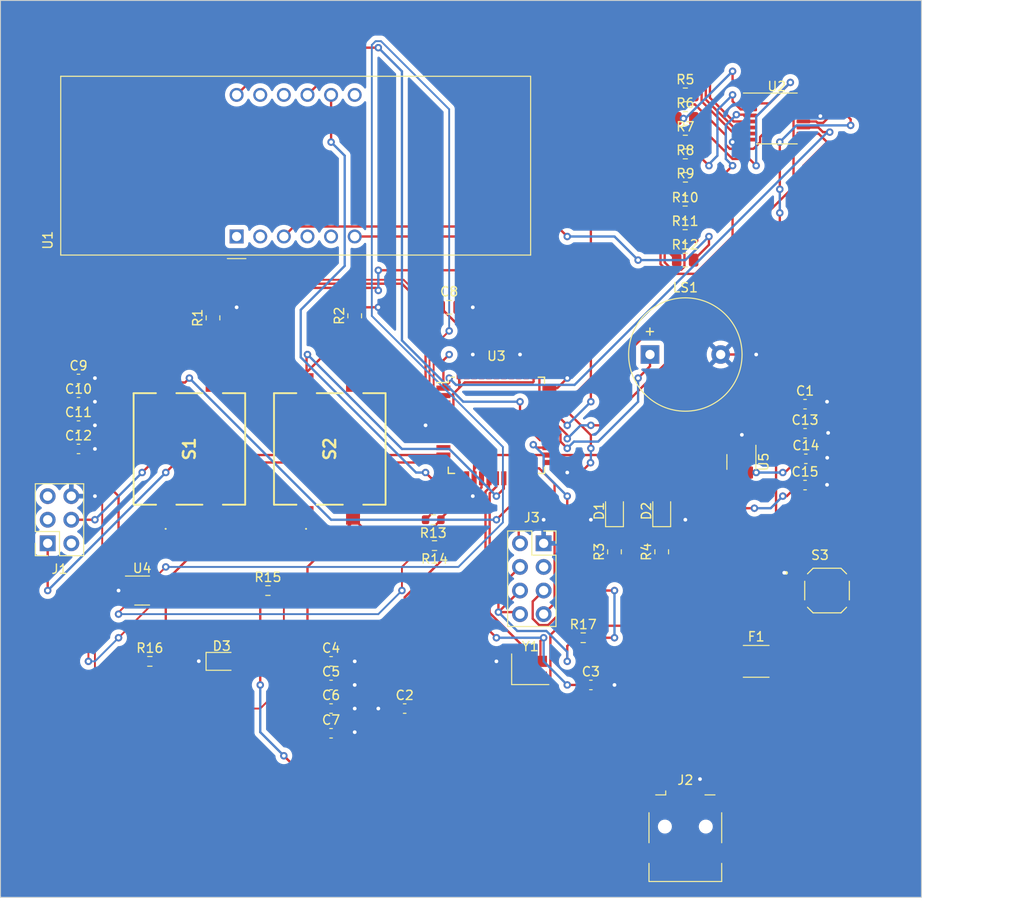
<source format=kicad_pcb>
(kicad_pcb (version 20221018) (generator pcbnew)
  (layers (0 "F.Cu" signal) (31 "B.Cu" signal) (34 "B.Paste" user) (35 "F.Paste" user) (36 "B.SilkS" user "B.Silkscreen") (37 "F.SilkS" user "F.Silkscreen") (38 "B.Mask" user) (39 "F.Mask" user) (44 "Edge.Cuts" user))
  (net 0 "")
  (net 1 "+5V")
  (net 2 "GND")
  (net 3 "XTAL1")
  (net 4 "XTAL2")
  (net 5 "/UCAP")
  (net 6 "/AREF")
  (net 7 "+3.3V")
  (net 8 "Net-(U5-BP)")
  (net 9 "Net-(D1-A)")
  (net 10 "Net-(D2-A)")
  (net 11 "Net-(D3-A)")
  (net 12 "Net-(J2-VBUS)")
  (net 13 "MISO")
  (net 14 "SCK")
  (net 15 "MOSI")
  (net 16 "RST")
  (net 17 "Net-(J2-D-)")
  (net 18 "Net-(J2-D+)")
  (net 21 "TX")
  (net 23 "Net-(J3-Pin_5)")
  (net 24 "RX")
  (net 25 "Buzzer")
  (net 26 "Button_1")
  (net 27 "Button_2")
  (net 28 "RED_LED")
  (net 29 "GREEN_LED")
  (net 30 "a")
  (net 31 "Net-(U1-a)")
  (net 32 "b")
  (net 33 "Net-(U1-b)")
  (net 34 "c")
  (net 35 "Net-(U1-c)")
  (net 36 "d")
  (net 37 "Net-(U1-d)")
  (net 38 "e")
  (net 39 "Net-(U1-e)")
  (net 40 "f")
  (net 41 "Net-(U1-f)")
  (net 42 "g")
  (net 43 "Net-(U1-g)")
  (net 44 "dp")
  (net 45 "Net-(U1-DPX)")
  (net 46 "USB_CONN_D+")
  (net 47 "USB_CONN_D-")
  (net 52 "Dig4")
  (net 53 "Dig3")
  (net 54 "Dig2")
  (net 55 "Dig1")
  (net 57 "SH_CP")
  (net 58 "ST_CP")
  (net 59 "DS")
  (net 60 "USB_D-")
  (net 61 "USB_D+")
  (footprint "Resistor_SMD:R_0805_2012Metric" (layer "F.Cu") (at 78.74 72.0325 90)
    (fp_text reference "R3")
    (fp_text value "330")
  )
  (footprint "LED_SMD:LED_0805_2012Metric" (layer "F.Cu") (at 36.4975 83.82)
    (fp_text reference "D3")
    (fp_text value "LED")
  )
  (footprint "Capacitor_SMD:C_0603_1608Metric" (layer "F.Cu") (at 48.26 83.82)
    (fp_text reference "C4")
    (fp_text value "0.1uF")
  )
  (footprint "Resistor_SMD:R_0603_1608Metric" (layer "F.Cu") (at 59.384305 71.365909 180)
    (fp_text reference "R14")
    (fp_text value "22")
  )
  (footprint "Fuse:Fuse_1812_4532Metric" (layer "F.Cu") (at 93.98 83.82)
    (fp_text reference "F1")
    (fp_text value "PTCSMD")
  )
  (footprint "Capacitor_SMD:C_0603_1608Metric" (layer "F.Cu") (at 48.26 91.56)
    (fp_text reference "C7")
    (fp_text value "0.1uF")
  )
  (footprint "Resistor_SMD:R_0805_2012Metric" (layer "F.Cu") (at 86.339891 35.561215)
    (fp_text reference "R10")
    (fp_text value "100")
  )
  (footprint "Resistor_SMD:R_0805_2012Metric" (layer "F.Cu") (at 50.8 46.6325 90)
    (fp_text reference "R2")
    (fp_text value "10k")
  )
  (footprint "Capacitor_SMD:C_0603_1608Metric" (layer "F.Cu") (at 21.095 55.94)
    (fp_text reference "C10")
    (fp_text value "0.1uF")
  )
  (footprint "Resistor_SMD:R_0603_1608Metric" (layer "F.Cu") (at 41.465 76.2)
    (fp_text reference "R15")
    (fp_text value "22")
  )
  (footprint "Resistor_SMD:R_0805_2012Metric" (layer "F.Cu") (at 83.82 72.0325 90)
    (fp_text reference "R4")
    (fp_text value "330")
  )
  (footprint "Capacitor_SMD:C_0603_1608Metric" (layer "F.Cu") (at 99.235 56.145)
    (fp_text reference "C1")
    (fp_text value "0.1u")
  )
  (footprint "Capacitor_SMD:C_0603_1608Metric" (layer "F.Cu") (at 99.321503 62.022295)
    (fp_text reference "C14")
    (fp_text value "2.2uF")
  )
  (footprint "Capacitor_SMD:C_0603_1608Metric" (layer "F.Cu") (at 99.238299 59.276572)
    (fp_text reference "C13")
    (fp_text value "1uF")
  )
  (footprint "LED_SMD:LED_0805_2012Metric" (layer "F.Cu") (at 78.74 67.6425 90)
    (fp_text reference "D1")
    (fp_text value "LED")
  )
  (footprint "Crystal:Crystal_SMD_Abracon_ABM8G-4Pin_3.2x2.5mm" (layer "F.Cu") (at 69.68 84.67)
    (fp_text reference "Y1")
    (fp_text value "16MHz")
  )
  (footprint "PTS125_SMD_Button:PTS125_SMD_Button" (layer "F.Cu") (at 48.12 60.96 90)
    (fp_text reference "S2")
    (fp_text value "PTS125SM43SMTR21M_LFS" hide)
  )
  (footprint "Capacitor_SMD:C_0603_1608Metric" (layer "F.Cu") (at 48.26 88.9)
    (fp_text reference "C6")
    (fp_text value "0.1uF")
  )
  (footprint "Resistor_SMD:R_0603_1608Metric" (layer "F.Cu") (at 75.375 81.28)
    (fp_text reference "R17")
    (fp_text value "10k")
  )
  (footprint "PTS125_SMD_Button:PTS125_SMD_Button" (layer "F.Cu") (at 33.02 60.96 90)
    (fp_text reference "S1")
    (fp_text value "PTS125SM43SMTR21M_LFS" hide)
  )
  (footprint "Connector_USB:USB_Mini-B_Lumberg_2486_01_Horizontal" (layer "F.Cu") (at 86.36 101.6)
    (fp_text reference "J2")
    (fp_text value "USB_B_Mini")
  )
  (footprint "Capacitor_SMD:C_0603_1608Metric" (layer "F.Cu") (at 76.2 86.36)
    (fp_text reference "C3")
    (fp_text value "22p")
  )
  (footprint "Resistor_SMD:R_0805_2012Metric" (layer "F.Cu") (at 86.36 30.48)
    (fp_text reference "R8")
    (fp_text value "100")
  )
  (footprint "Resistor_SMD:R_0603_1608Metric" (layer "F.Cu") (at 28.765 83.82)
    (fp_text reference "R16")
    (fp_text value "1k")
  )
  (footprint "Buzzer_Beeper:Buzzer_12x9.5RM7.6" (layer "F.Cu") (at 82.56 50.8)
    (fp_text reference "LS1")
    (fp_text value "Speaker")
  )
  (footprint "Resistor_SMD:R_0805_2012Metric" (layer "F.Cu") (at 86.339891 38.101215)
    (fp_text reference "R11")
    (fp_text value "100")
  )
  (footprint "Connector_PinSocket_2.54mm:PinSocket_2x04_P2.54mm_Vertical" (layer "F.Cu") (at 71.12 71.12)
    (fp_text reference "J3")
    (fp_text value "ESP_Conn")
  )
  (footprint "Resistor_SMD:R_0603_1608Metric" (layer "F.Cu") (at 59.245 68.58 180)
    (fp_text reference "R13")
    (fp_text value "10k")
  )
  (footprint "Capacitor_SMD:C_0805_2012Metric" (layer "F.Cu") (at 60.96 45.72)
    (fp_text reference "C8")
    (fp_text value "10uF")
  )
  (footprint "Connector_PinSocket_2.54mm:PinSocket_2x03_P2.54mm_Vertical" (layer "F.Cu") (at 17.78 71.12 180)
    (fp_text reference "J1")
    (fp_text value "AVR-ISP-6")
  )
  (footprint "Capacitor_SMD:C_0603_1608Metric" (layer "F.Cu") (at 48.26 86.36)
    (fp_text reference "C5")
    (fp_text value "0.1uF")
  )
  (footprint "Resistor_SMD:R_0805_2012Metric" (layer "F.Cu") (at 86.36 22.86)
    (fp_text reference "R5")
    (fp_text value "100")
  )
  (footprint "LED_SMD:LED_0805_2012Metric" (layer "F.Cu") (at 83.82 67.6425 90)
    (fp_text reference "D2")
    (fp_text value "LED")
  )
  (footprint "Package_TO_SOT_SMD:SOT-23-5" (layer "F.Cu") (at 92.39 62.3625 -90)
    (fp_text reference "U5")
    (fp_text value "LP2985-3.3")
  )
  (footprint "Resistor_SMD:R_0805_2012Metric" (layer "F.Cu") (at 86.36 25.4)
    (fp_text reference "R6")
    (fp_text value "100")
  )
  (footprint "Package_QFP:TQFP-44_10x10mm_P0.8mm" (layer "F.Cu") (at 66.04 58.42)
    (fp_text reference "U3")
    (fp_text value "ATmega32U4-A")
  )
  (footprint "Display_7Segment:CA56-12EWA" (layer "F.Cu") (at 38.1 38.1 90)
    (fp_text reference "U1")
    (fp_text value "CA56-12EWA")
  )
  (footprint "PTS526_SMD_Button:PTS526_SMD_Button" (layer "F.Cu") (at 101.6 76.2)
    (fp_text reference "S3")
    (fp_text value "PTS526_SM08_SMTR2_LFS")
  )
  (footprint "Capacitor_SMD:C_0603_1608Metric" (layer "F.Cu") (at 99.238299 64.851221)
    (fp_text reference "C15")
    (fp_text value "10nF")
  )
  (footprint "Resistor_SMD:R_0805_2012Metric" (layer "F.Cu") (at 35.56 46.855 90)
    (fp_text reference "R1")
    (fp_text value "10k")
  )
  (footprint "Capacitor_SMD:C_0603_1608Metric" (layer "F.Cu") (at 21.095 53.43)
    (fp_text reference "C9")
    (fp_text value "1uF")
  )
  (footprint "Capacitor_SMD:C_0603_1608Metric" (layer "F.Cu") (at 21.095 58.45)
    (fp_text reference "C11")
    (fp_text value "0.1uF")
  )
  (footprint "Package_SO:TSSOP-16_4.4x5mm_P0.65mm" (layer "F.Cu") (at 96.1975 25.4)
    (fp_text reference "U2")
    (fp_text value "74HC595")
  )
  (footprint "Resistor_SMD:R_0805_2012Metric" (layer "F.Cu") (at 86.370382 32.978447)
    (fp_text reference "R9")
    (fp_text value "100")
  )
  (footprint "Package_TO_SOT_SMD:SOT-23-6" (layer "F.Cu") (at 27.94 76.2)
    (fp_text reference "U4")
    (fp_text value "USBLC6-2SC6")
  )
  (footprint "Resistor_SMD:R_0805_2012Metric" (layer "F.Cu") (at 86.36 27.94)
    (fp_text reference "R7")
    (fp_text value "100")
  )
  (footprint "Capacitor_SMD:C_0603_1608Metric" (layer "F.Cu") (at 21.095 60.96)
    (fp_text reference "C12")
    (fp_text value "0.1uF")
  )
  (footprint "Resistor_SMD:R_0805_2012Metric" (layer "F.Cu") (at 86.339891 40.641215)
    (fp_text reference "R12")
    (fp_text value "100")
  )
  (footprint "Capacitor_SMD:C_0603_1608Metric" (layer "F.Cu") (at 56.175 88.9)
    (fp_text reference "C2")
    (fp_text value "22p")
  )
  (gr_rect (start 12.7 12.7) (end 111.76 109.22) (stroke (width 0.1)) (fill none) (layer "Edge.Cuts"))
  (segment (start 98.46 59.273273) (end 98.46 56.145) (width 0.25) (layer "F.Cu") (net 1))
  (segment (start 27.94 75.446751) (end 27.94 73.66) (width 0.25) (layer "F.Cu") (net 1))
  (segment (start 98.463299 59.276572) (end 98.46 59.273273) (width 0.25) (layer "F.Cu") (net 1))
  (segment (start 51.6 69.38) (end 50.8 68.58) (width 0.25) (layer "F.Cu") (net 1))
  (segment (start 63.64 64.12) (end 63.64 63.12) (width 0.25) (layer "F.Cu") (net 1))
  (segment (start 99.06 55.545) (end 99.06 30.48) (width 0.25) (layer "F.Cu") (net 1))
  (segment (start 92.043249 60.2375) (end 93.2575 60.2375) (width 0.25) (layer "F.Cu") (net 1))
  (segment (start 45.72 83.82) (end 45.72 86.36) (width 0.25) (layer "F.Cu") (net 1))
  (segment (start 61.34 59.22) (end 63.64 61.52) (width 0.25) (layer "F.Cu") (net 1))
  (segment (start 17.78 58.42) (end 17.78 55.88) (width 0.25) (layer "F.Cu") (net 1))
  (segment (start 62.04 47.75) (end 60.01 45.72) (width 0.25) (layer "F.Cu") (net 1))
  (segment (start 101.6 22.86) (end 99.325 22.86) (width 0.25) (layer "F.Cu") (net 1))
  (segment (start 101.606916 22.866916) (end 101.613832 22.86) (width 0.25) (layer "F.Cu") (net 1))
  (segment (start 100.685 27.025) (end 101.6 27.94) (width 0.25) (layer "F.Cu") (net 1))
  (segment (start 17.78 63.5) (end 17.78 58.42) (width 0.25) (layer "F.Cu") (net 1))
  (segment (start 99.325 22.86) (end 99.06 23.125) (width 0.25) (layer "F.Cu") (net 1))
  (segment (start 71.74 61.62) (end 70.74 61.62) (width 0.25) (layer "F.Cu") (net 1))
  (segment (start 35.52 70.141751) (end 29.461751 76.2) (width 0.25) (layer "F.Cu") (net 1))
  (segment (start 106.975157 22.86) (end 108.031745 23.916588) (width 0.25) (layer "F.Cu") (net 1))
  (segment (start 91.045 61.62) (end 91.44 61.225) (width 0.25) (layer "F.Cu") (net 1))
  (segment (start 91.44 61.225) (end 91.44 60.840749) (width 0.25) (layer "F.Cu") (net 1))
  (segment (start 45.72 73.66) (end 45.72 83.82) (width 0.25) (layer "F.Cu") (net 1))
  (segment (start 60.07 68.58) (end 59.27 69.38) (width 0.25) (layer "F.Cu") (net 1))
  (segment (start 106.68 22.86) (end 106.975157 22.86) (width 0.25) (layer "F.Cu") (net 1))
  (segment (start 50.8 68.58) (end 49.945 69.435) (width 0.25) (layer "F.Cu") (net 1))
  (segment (start 47.365 91.44) (end 47.485 91.56) (width 0.25) (layer "F.Cu") (net 1))
  (segment (start 61.415 55.295) (end 61.415 59.145) (width 0.25) (layer "F.Cu") (net 1))
  (segment (start 93.34 61.225) (end 95.288428 59.276572) (width 0.25) (layer "F.Cu") (net 1))
  (segment (start 22.86 63.5) (end 17.78 63.5) (width 0.25) (layer "F.Cu") (net 1))
  (segment (start 65.14 61.62) (end 71.74 61.62) (width 0.25) (layer "F.Cu") (net 1))
  (segment (start 61.415 59.145) (end 61.34 59.22) (width 0.25) (layer "F.Cu") (net 1))
  (segment (start 93.2575 60.2375) (end 93.34 60.32) (width 0.25) (layer "F.Cu") (net 1))
  (segment (start 96.1175 61.622371) (end 96.1175 83.82) (width 0.25) (layer "F.Cu") (net 1))
  (segment (start 63.64 61.52) (end 63.64 64.12) (width 0.25) (layer "F.Cu") (net 1))
  (segment (start 60.34 59.22) (end 61.34 59.22) (width 0.25) (layer "F.Cu") (net 1))
  (segment (start 45.72 86.36) (end 47.485 86.36) (width 0.25) (layer "F.Cu") (net 1))
  (segment (start 59.27 69.38) (end 51.6 69.38) (width 0.25) (layer "F.Cu") (net 1))
  (segment (start 63.64 64.12) (end 63.64 64.874695) (width 0.25) (layer "F.Cu") (net 1))
  (segment (start 25.4 71.12) (end 25.4 66.04) (width 0.25) (layer "F.Cu") (net 1))
  (segment (start 49.945 69.435) (end 36.845 69.435) (width 0.25) (layer "F.Cu") (net 1))
  (segment (start 45.72 83.82) (end 47.485 83.82) (width 0.25) (layer "F.Cu") (net 1))
  (segment (start 29.461751 76.2) (end 30.48 77.218249) (width 0.25) (layer "F.Cu") (net 1))
  (segment (start 91.44 60.840749) (end 92.043249 60.2375) (width 0.25) (layer "F.Cu") (net 1))
  (segment (start 71.74 61.62) (end 91.045 61.62) (width 0.25) (layer "F.Cu") (net 1))
  (segment (start 99.06 30.48) (end 101.606916 27.933084) (width 0.25) (layer "F.Cu") (net 1))
  (segment (start 69.965 53.795) (end 62.64 53.795) (width 0.25) (layer "F.Cu") (net 1))
  (segment (start 29.0775 76.2) (end 29.461751 76.2) (width 0.25) (layer "F.Cu") (net 1))
  (segment (start 101.613832 22.86) (end 106.68 22.86) (width 0.25) (layer "F.Cu") (net 1))
  (segment (start 60.07 68.444695) (end 60.07 68.58) (width 0.25) (layer "F.Cu") (net 1))
  (segment (start 63.64 63.12) (end 65.14 61.62) (width 0.25) (layer "F.Cu") (net 1))
  (segment (start 62.04 52.72) (end 62.04 54.395) (width 0.25) (layer "F.Cu") (net 1))
  (segment (start 17.78 55.88) (end 20.26 55.88) (width 0.25) (layer "F.Cu") (net 1))
  (segment (start 61.34 55.22) (end 61.415 55.295) (width 0.25) (layer "F.Cu") (net 1))
  (segment (start 45.72 88.9) (end 47.485 88.9) (width 0.25) (layer "F.Cu") (net 1))
  (segment (start 27.94 73.66) (end 25.4 71.12) (width 0.25) (layer "F.Cu") (net 1))
  (segment (start 50.62 68.11) (end 50.62 68.76) (width 0.25) (layer "F.Cu") (net 1))
  (segment (start 35.52 68.11) (end 35.52 70.141751) (width 0.25) (layer "F.Cu") (net 1))
  (segment (start 61.215 55.22) (end 60.34 55.22) (width 0.25) (layer "F.Cu") (net 1))
  (segment (start 98.46 56.145) (end 99.06 55.545) (width 0.25) (layer "F.Cu") (net 1))
  (segment (start 93.34 60.32) (end 93.34 61.225) (width 0.25) (layer "F.Cu") (net 1))
  (segment (start 60.34 55.22) (end 61.34 55.22) (width 0.25) (layer "F.Cu") (net 1))
  (segment (start 62.04 54.395) (end 61.215 55.22) (width 0.25) (layer "F.Cu") (net 1))
  (segment (start 50.62 68.76) (end 45.72 73.66) (width 0.25) (layer "F.Cu") (net 1))
  (segment (start 25.4 66.04) (end 22.86 63.5) (width 0.25) (layer "F.Cu") (net 1))
  (segment (start 104.008333 27.94) (end 101.6 27.94) (width 0.25) (layer "F.Cu") (net 1))
  (segment (start 62.64 53.795) (end 62.04 54.395) (width 0.25) (layer "F.Cu") (net 1))
  (segment (start 36.845 69.435) (end 35.52 68.11) (width 0.25) (layer "F.Cu") (net 1))
  (segment (start 29.0775 76.2) (end 28.693249 76.2) (width 0.25) (layer "F.Cu") (net 1))
  (segment (start 30.48 81.28) (end 27.94 83.82) (width 0.25) (layer "F.Cu") (net 1))
  (segment (start 63.64 64.874695) (end 60.07 68.444695) (width 0.25) (layer "F.Cu") (net 1))
  (segment (start 62.04 52.72) (end 62.04 53.72) (width 0.25) (layer "F.Cu") (net 1))
  (segment (start 62.04 53.72) (end 62.115 53.795) (width 0.25) (layer "F.Cu") (net 1))
  (segment (start 20.29 58.42) (end 20.32 58.45) (width 0.25) (layer "F.Cu") (net 1))
  (segment (start 62.04 52.72) (end 62.04 47.75) (width 0.25) (layer "F.Cu") (net 1))
  (segment (start 45.72 91.44) (end 47.365 91.44) (width 0.25) (layer "F.Cu") (net 1))
  (segment (start 70.04 53.72) (end 70.04 52.72) (width 0.25) (layer "F.Cu") (net 1))
  (segment (start 108.031745 23.916588) (end 104.008333 27.94) (width 0.25) (layer "F.Cu") (net 1))
  (segment (start 45.72 86.36) (end 45.72 88.9) (width 0.25) (layer "F.Cu") (net 1))
  (segment (start 45.72 88.9) (end 45.72 91.44) (width 0.25) (layer "F.Cu") (net 1))
  (segment (start 20.26 55.88) (end 20.32 55.94) (width 0.25) (layer "F.Cu") (net 1))
  (segment (start 28.693249 76.2) (end 27.94 75.446751) (width 0.25) (layer "F.Cu") (net 1))
  (segment (start 98.463299 59.276572) (end 96.1175 61.622371) (width 0.25) (layer "F.Cu") (net 1))
  (segment (start 101.606916 22.866916) (end 101.6 22.86) (width 0.25) (layer "F.Cu") (net 1))
  (segment (start 30.48 77.218249) (end 30.48 81.28) (width 0.25) (layer "F.Cu") (net 1))
  (segment (start 17.78 58.42) (end 20.29 58.42) (width 0.25) (layer "F.Cu") (net 1))
  (segment (start 95.288428 59.276572) (end 98.463299 59.276572) (width 0.25) (layer "F.Cu") (net 1))
  (segment (start 69.965 53.795) (end 70.04 53.72) (width 0.25) (layer "F.Cu") (net 1))
  (segment (start 99.06 27.025) (end 100.685 27.025) (width 0.25) (layer "F.Cu") (net 1))
  (segment (start 20.32 66.04) (end 22.86 66.04) (width 0.25) (layer "F.Cu") (net 2))
  (segment (start 83.82 68.58) (end 86.36 68.58) (width 0.25) (layer "F.Cu") (net 2))
  (segment (start 93.07 27.94) (end 93.335 27.675) (width 0.25) (layer "F.Cu") (net 2))
  (segment (start 71.12 71.12) (end 71.12 68.58) (width 0.25) (layer "F.Cu") (net 2))
  (segment (start 62.84 52.72) (end 62.84 51.46) (width 0.25) (layer "F.Cu") (net 2))
  (segment (start 21.87 60.96) (end 22.86 60.96) (width 0.25) (layer "F.Cu") (net 2))
  (segment (start 76.975 86.36) (end 78.74 86.36) (width 0.25) (layer "F.Cu") (net 2))
  (segment (start 76.2 68.58) (end 78.74 68.58) (width 0.25) (layer "F.Cu") (net 2))
  (segment (start 22.8 55.94) (end 22.86 55.88) (width 0.25) (layer "F.Cu") (net 2))
  (segment (start 101.675736 59.276572) (end 101.718936 59.233372) (width 0.25) (layer "F.Cu") (net 2))
  (segment (start 97.062744 74.35) (end 96.998413 74.285669) (width 0.25) (layer "F.Cu") (net 2))
  (segment (start 49.035 88.9) (end 50.8 88.9) (width 0.25) (layer "F.Cu") (net 2))
  (segment (start 90.16 50.8) (end 93.98 50.8) (width 0.25) (layer "F.Cu") (net 2))
  (segment (start 60.34 57.62) (end 59.22 57.62) (width 0.25) (layer "F.Cu") (net 2))
  (segment (start 22.83 58.45) (end 22.86 58.42) (width 0.25) (layer "F.Cu") (net 2))
  (segment (start 101.570823 64.851221) (end 101.601747 64.820297) (width 0.25) (layer "F.Cu") (net 2))
  (segment (start 53.34 88.9) (end 55.4 88.9) (width 0.25) (layer "F.Cu") (net 2))
  (segment (start 69.24 52.72) (end 69.24 51.46) (width 0.25) (layer "F.Cu") (net 2))
  (segment (start 61.91 45.72) (end 63.5 45.72) (width 0.25) (layer "F.Cu") (net 2))
  (segment (start 64.44 65.1) (end 63.5 66.04) (width 0.25) (layer "F.Cu") (net 2))
  (segment (start 99.06 25.075) (end 100.812186 25.075) (width 0.25) (layer "F.Cu") (net 2))
  (segment (start 100.096503 62.022295) (end 101.509834 62.022295) (width 0.25) (layer "F.Cu") (net 2))
  (segment (start 21.87 58.45) (end 22.83 58.45) (width 0.25) (layer "F.Cu") (net 2))
  (segment (start 49.035 91.56) (end 50.68 91.56) (width 0.25) (layer "F.Cu") (net 2))
  (segment (start 34.030074 83.79965) (end 35.53965 83.79965) (width 0.25) (layer "F.Cu") (net 2))
  (segment (start 72.58 62.42) (end 73.66 63.5) (width 0.25) (layer "F.Cu") (net 2))
  (segment (start 62.84 51.46) (end 63.5 50.8) (width 0.25) (layer "F.Cu") (net 2))
  (segment (start 100.01 56.145) (end 101.335 56.145) (width 0.25) (layer "F.Cu") (net 2))
  (segment (start 98.6 74.35) (end 97.062744 74.35) (width 0.25) (layer "F.Cu") (net 2))
  (segment (start 25.4 76.2) (end 26.8025 76.2) (width 0.25) (layer "F.Cu") (net 2))
  (segment (start 22.77 53.43) (end 22.86 53.34) (width 0.25) (layer "F.Cu") (net 2))
  (segment (start 21.87 55.94) (end 22.8 55.94) (width 0.25) (layer "F.Cu") (net 2))
  (segment (start 35.56 45.9425) (end 37.8775 45.9425) (width 0.25) (layer "F.Cu") (net 2))
  (segment (start 69.24 51.46) (end 68.58 50.8) (width 0.25) (layer "F.Cu") (net 2))
  (segment (start 87.96 96.512858) (end 87.93642 96.489278) (width 0.25) (layer "F.Cu") (net 2))
  (segment (start 35.53965 83.79965) (end 35.56 83.82) (width 0.25) (layer "F.Cu") (net 2))
  (segment (start 87.96 98.9) (end 87.96 96.512858) (width 0.25) (layer "F.Cu") (net 2))
  (segment (start 100.812186 25.075) (end 100.881916 25.14473) (width 0.25) (layer "F.Cu") (net 2))
  (segment (start 71.74 54.42) (end 72.58 54.42) (width 0.25) (layer "F.Cu") (net 2))
  (segment (start 71.74 62.42) (end 72.58 62.42) (width 0.25) (layer "F.Cu") (net 2))
  (segment (start 100.013299 59.276572) (end 101.675736 59.276572) (width 0.25) (layer "F.Cu") (net 2))
  (segment (start 49.035 86.36) (end 50.8 86.36) (width 0.25) (layer "F.Cu") (net 2))
  (segment (start 50.68 91.56) (end 50.8 91.44) (width 0.25) (layer "F.Cu") (net 2))
  (segment (start 37.8775 45.9425) (end 38.1 45.72) (width 0.25) (layer "F.Cu") (net 2))
  (segment (start 50.8 45.72) (end 53.34 45.72) (width 0.25) (layer "F.Cu") (net 2))
  (segment (start 59.22 57.62) (end 58.42 58.42) (width 0.25) (layer "F.Cu") (net 2))
  (segment (start 66.04 83.82) (end 68.58 83.82) (width 0.25) (layer "F.Cu") (net 2))
  (segment (start 21.87 53.43) (end 22.77 53.43) (width 0.25) (layer "F.Cu") (net 2))
  (segment (start 91.44 27.94) (end 93.07 27.94) (width 0.25) (layer "F.Cu") (net 2))
  (segment (start 64.44 64.12) (end 64.44 65.1) (width 0.25) (layer "F.Cu") (net 2))
  (segment (start 101.335 56.145) (end 101.6 55.88) (width 0.25) (layer "F.Cu") (net 2))
  (segment (start 101.509834 62.022295) (end 101.619712 61.912417) (width 0.25) (layer "F.Cu") (net 2))
  (segment (start 72.58 54.42) (end 73.66 53.34) (width 0.25) (layer "F.Cu") (net 2))
  (segment (start 49.035 83.82) (end 50.8 83.82) (width 0.25) (layer "F.Cu") (net 2))
  (segment (start 100.013299 64.851221) (end 101.570823 64.851221) (width 0.25) (layer "F.Cu") (net 2))
  (via (at 63.5 66.04) (size 0.8) (drill 0.4) (layers "F.Cu" "B.Cu") (net 2))
  (via (at 101.601747 64.820297) (size 0.8) (drill 0.4) (layers "F.Cu" "B.Cu") (net 2))
  (via (at 73.66 53.34) (size 0.8) (drill 0.4) (layers "F.Cu" "B.Cu") (net 2))
  (via (at 66.04 83.82) (size 0.8) (drill 0.4) (layers "F.Cu" "B.Cu") (net 2))
  (via (at 53.34 45.72) (size 0.8) (drill 0.4) (layers "F.Cu" "B.Cu") (net 2))
  (via (at 76.2 68.58) (size 0.8) (drill 0.4) (layers "F.Cu" "B.Cu") (net 2))
  (via (at 71.12 68.58) (size 0.8) (drill 0.4) (layers "F.Cu" "B.Cu") (net 2))
  (via (at 22.86 55.88) (size 0.8) (drill 0.4) (layers "F.Cu" "B.Cu") (net 2))
  (via (at 38.1 45.72) (size 0.8) (drill 0.4) (layers "F.Cu" "B.Cu") (net 2))
  (via (at 100.881916 25.14473) (size 0.8) (drill 0.4) (layers "F.Cu" "B.Cu") (net 2))
  (via (at 91.44 27.94) (size 0.8) (drill 0.4) (layers "F.Cu" "B.Cu") (net 2))
  (via (at 53.34 88.9) (size 0.8) (drill 0.4) (layers "F.Cu" "B.Cu") (net 2))
  (via (at 25.4 76.2) (size 0.8) (drill 0.4) (layers "F.Cu" "B.Cu") (net 2))
  (via (at 78.74 86.36) (size 0.8) (drill 0.4) (layers "F.Cu" "B.Cu") (net 2))
  (via (at 63.5 50.8) (size 0.8) (drill 0.4) (layers "F.Cu" "B.Cu") (net 2))
  (via (at 96.998413 74.285669) (size 0.8) (drill 0.4) (layers "F.Cu" "B.Cu") (net 2))
  (via (at 101.718936 59.233372) (size 0.8) (drill 0.4) (layers "F.Cu" "B.Cu") (net 2))
  (via (at 50.8 91.44) (size 0.8) (drill 0.4) (layers "F.Cu" "B.Cu") (net 2))
  (via (at 73.66 63.5) (size 0.8) (drill 0.4) (layers "F.Cu" "B.Cu") (net 2))
  (via (at 101.6 55.88) (size 0.8) (drill 0.4) (layers "F.Cu" "B.Cu") (net 2))
  (via (at 101.619712 61.912417) (size 0.8) (drill 0.4) (layers "F.Cu" "B.Cu") (net 2))
  (via (at 87.93642 96.489278) (size 0.8) (drill 0.4) (layers "F.Cu" "B.Cu") (net 2))
  (via (at 58.42 58.42) (size 0.8) (drill 0.4) (layers "F.Cu" "B.Cu") (net 2))
  (via (at 50.8 88.9) (size 0.8) (drill 0.4) (layers "F.Cu" "B.Cu") (net 2))
  (via (at 68.58 50.8) (size 0.8) (drill 0.4) (layers "F.Cu" "B.Cu") (net 2))
  (via (at 63.5 45.72) (size 0.8) (drill 0.4) (layers "F.Cu" "B.Cu") (net 2))
  (via (at 93.98 50.8) (size 0.8) (drill 0.4) (layers "F.Cu" "B.Cu") (net 2))
  (via (at 34.030074 83.79965) (size 0.8) (drill 0.4) (layers "F.Cu" "B.Cu") (net 2))
  (via (at 22.86 66.04) (size 0.8) (drill 0.4) (layers "F.Cu" "B.Cu") (net 2))
  (via (at 92.439764 59.441806) (size 0.8) (drill 0.4) (layers "F.Cu" "B.Cu") (net 2))
  (via (at 50.8 83.82) (size 0.8) (drill 0.4) (layers "F.Cu" "B.Cu") (net 2))
  (via (at 86.36 68.58) (size 0.8) (drill 0.4) (layers "F.Cu" "B.Cu") (net 2))
  (via (at 22.86 58.42) (size 0.8) (drill 0.4) (layers "F.Cu" "B.Cu") (net 2))
  (via (at 50.8 86.36) (size 0.8) (drill 0.4) (layers "F.Cu" "B.Cu") (net 2))
  (via (at 22.86 60.96) (size 0.8) (drill 0.4) (layers "F.Cu" "B.Cu") (net 2))
  (via (at 22.86 53.34) (size 0.8) (drill 0.4) (layers "F.Cu" "B.Cu") (net 2))
  (segment (start 56.95 88.9) (end 66.04 88.9) (width 0.25) (layer "F.Cu") (net 3))
  (segment (start 66.04 88.9) (end 68.58 86.36) (width 0.25) (layer "F.Cu") (net 3))
  (segment (start 68.58 86.36) (end 68.58 85.52) (width 0.25) (layer "F.Cu") (net 3))
  (segment (start 66.04 64.12) (end 66.04 65.014695) (width 0.25) (layer "F.Cu") (net 3))
  (segment (start 65.315 78.605) (end 69.605 82.895) (width 0.25) (layer "F.Cu") (net 3))
  (segment (start 68.68 85.52) (end 68.58 85.52) (width 0.25) (layer "F.Cu") (net 3))
  (segment (start 65.315 65.739695) (end 65.315 78.605) (width 0.25) (layer "F.Cu") (net 3))
  (segment (start 69.605 82.895) (end 69.605 84.595) (width 0.25) (layer "F.Cu") (net 3))
  (segment (start 66.04 65.014695) (end 65.315 65.739695) (width 0.25) (layer "F.Cu") (net 3))
  (segment (start 69.605 84.595) (end 68.68 85.52) (width 0.25) (layer "F.Cu") (net 3))
  (segment (start 71.12 81.28) (end 70.78 81.62) (width 0.25) (layer "F.Cu") (net 4))
  (segment (start 64.865 80.105) (end 66.04 81.28) (width 0.25) (layer "F.Cu") (net 4))
  (segment (start 65.24 64.12) (end 65.24 65.178299) (width 0.25) (layer "F.Cu") (net 4))
  (segment (start 65.24 65.178299) (end 64.865 65.553299) (width 0.25) (layer "F.Cu") (net 4))
  (segment (start 70.78 81.62) (end 70.78 83.82) (width 0.25) (layer "F.Cu") (net 4))
  (segment (start 64.865 65.553299) (end 64.865 80.105) (width 0.25) (layer "F.Cu") (net 4))
  (segment (start 75.425 86.36) (end 73.66 86.36) (width 0.25) (layer "F.Cu") (net 4))
  (via (at 73.66 86.36) (size 0.8) (drill 0.4) (layers "F.Cu" "B.Cu") (net 4))
  (via (at 71.12 81.28) (size 0.8) (drill 0.4) (layers "F.Cu" "B.Cu") (net 4))
  (via (at 66.04 81.28) (size 0.8) (drill 0.4) (layers "F.Cu" "B.Cu") (net 4))
  (segment (start 66.04 81.28) (end 71.12 81.28) (width 0.25) (layer "B.Cu") (net 4))
  (segment (start 73.66 86.36) (end 71.12 83.82) (width 0.25) (layer "B.Cu") (net 4))
  (segment (start 71.12 83.82) (end 71.12 81.28) (width 0.25) (layer "B.Cu") (net 4))
  (segment (start 59.465 58.42) (end 60.34 58.42) (width 0.25) (layer "F.Cu") (net 5))
  (segment (start 56.432117 59.599523) (end 58.565298 59.599523) (width 0.25) (layer "F.Cu") (net 5))
  (segment (start 55.88 43.18) (end 58.42 45.72) (width 0.25) (layer "F.Cu") (net 5))
  (segment (start 58.42 45.72) (end 58.42 55.88) (width 0.25) (layer "F.Cu") (net 5))
  (segment (start 55.88 59.047406) (end 56.432117 59.599523) (width 0.25) (layer "F.Cu") (net 5))
  (segment (start 30.57 43.18) (end 55.88 43.18) (width 0.25) (layer "F.Cu") (net 5))
  (segment (start 20.32 53.43) (end 30.57 43.18) (width 0.25) (layer "F.Cu") (net 5))
  (segment (start 58.766068 59.118932) (end 59.465 58.42) (width 0.25) (layer "F.Cu") (net 5))
  (segment (start 58.42 55.88) (end 55.88 58.42) (width 0.25) (layer "F.Cu") (net 5))
  (segment (start 58.565298 59.599523) (end 58.766068 59.398753) (width 0.25) (layer "F.Cu") (net 5))
  (segment (start 55.88 58.42) (end 55.88 59.047406) (width 0.25) (layer "F.Cu") (net 5))
  (segment (start 58.766068 59.398753) (end 58.766068 59.118932) (width 0.25) (layer "F.Cu") (net 5))
  (segment (start 18.373714 62.524478) (end 18.774146 62.92491) (width 0.25) (layer "F.Cu") (net 6))
  (segment (start 19.025075 61.10019) (end 18.494775 61.63049) (width 0.25) (layer "F.Cu") (net 6))
  (segment (start 18.373714 61.751551) (end 18.373714 62.524478) (width 0.25) (layer "F.Cu") (net 6))
  (segment (start 19.025075 61.05743) (end 19.025075 61.10019) (width 0.25) (layer "F.Cu") (net 6))
  (segment (start 18.774146 62.92491) (end 20.08719 62.92491) (width 0.25) (layer "F.Cu") (net 6))
  (segment (start 25.4 50.8) (end 32.57 43.63) (width 0.25) (layer "F.Cu") (net 6))
  (segment (start 19.122505 60.96) (end 19.025075 61.05743) (width 0.25) (layer "F.Cu") (net 6))
  (segment (start 63.64 51.72) (end 63.64 52.72) (width 0.25) (layer "F.Cu") (net 6))
  (segment (start 25.497678 62.654851) (end 25.497678 55.782322) (width 0.25) (layer "F.Cu") (net 6))
  (segment (start 25.4 55.684644) (end 25.4 50.8) (width 0.25) (layer "F.Cu") (net 6))
  (segment (start 18.494775 61.63049) (end 18.373714 61.751551) (width 0.25) (layer "F.Cu") (net 6))
  (segment (start 66.04 49.32) (end 63.64 51.72) (width 0.25) (layer "F.Cu") (net 6))
  (segment (start 20.32 60.96) (end 19.122505 60.96) (width 0.25) (layer "F.Cu") (net 6))
  (segment (start 62.054589 41.734589) (end 66.04 45.72) (width 0.25) (layer "F.Cu") (net 6))
  (segment (start 66.04 45.72) (end 66.04 49.32) (width 0.25) (layer "F.Cu") (net 6))
  (segment (start 53.0655 43.63) (end 53.34 43.9045) (width 0.25) (layer "F.Cu") (net 6))
  (segment (start 20.08719 62.92491) (end 25.227619 62.92491) (width 0.25) (layer "F.Cu") (net 6))
  (segment (start 25.227619 62.92491) (end 25.497678 62.654851) (width 0.25) (layer "F.Cu") (net 6))
  (segment (start 25.497678 55.782322) (end 25.4 55.684644) (width 0.25) (layer "F.Cu") (net 6))
  (segment (start 53.34 41.734589) (end 62.054589 41.734589) (width 0.25) (layer "F.Cu") (net 6))
  (segment (start 40.64 43.63) (end 53.0655 43.63) (width 0.25) (layer "F.Cu") (net 6))
  (segment (start 32.57 43.63) (end 40.64 43.63) (width 0.25) (layer "F.Cu") (net 6))
  (via (at 53.34 41.734589) (size 0.8) (drill 0.4) (layers "F.Cu" "B.Cu") (net 6))
  (via (at 53.34 43.9045) (size 0.8) (drill 0.4) (layers "F.Cu" "B.Cu") (net 6))
  (segment (start 53.34 43.9045) (end 53.34 41.734589) (width 0.25) (layer "B.Cu") (net 6))
  (segment (start 53.404352 41.670237) (end 53.34 41.734589) (width 0.25) (layer "B.Cu") (net 6))
  (segment (start 93.34 63.5) (end 93.98 63.5) (width 0.25) (layer "F.Cu") (net 7))
  (segment (start 66.257299 78.522701) (end 68.362701 78.522701) (width 0.25) (layer "F.Cu") (net 7))
  (segment (start 66.257299 75.982701) (end 68.58 73.66) (width 0.25) (layer "F.Cu") (net 7))
  (segment (start 96.842 63.5) (end 97.068798 63.5) (width 0.25) (layer "F.Cu") (net 7))
  (segment (start 97.068798 63.5) (end 98.546503 62.022295) (width 0.25) (layer "F.Cu") (net 7))
  (segment (start 68.362701 78.522701) (end 68.58 78.74) (width 0.25) (layer "F.Cu") (net 7))
  (segment (start 73.66 82.17) (end 73.66 83.82) (width 0.25) (layer "F.Cu") (net 7))
  (segment (start 66.257299 78.522701) (end 68.58 76.2) (width 0.25) (layer "F.Cu") (net 7))
  (segment (start 66.257299 78.522701) (end 66.257299 75.982701) (width 0.25) (layer "F.Cu") (net 7))
  (segment (start 74.55 81.28) (end 73.66 82.17) (width 0.25) (layer "F.Cu") (net 7))
  (via (at 93.98 63.5) (size 0.8) (drill 0.4) (layers "F.Cu" "B.Cu") (net 7))
  (via (at 66.257299 78.522701) (size 0.8) (drill 0.4) (layers "F.Cu" "B.Cu") (net 7))
  (via (at 73.66 83.82) (size 0.8) (drill 0.4) (layers "F.Cu" "B.Cu") (net 7))
  (via (at 96.842 63.5) (size 0.8) (drill 0.4) (layers "F.Cu" "B.Cu") (net 7))
  (segment (start 73.66 83.82) (end 73.66 82.794695) (width 0.25) (layer "B.Cu") (net 7))
  (segment (start 93.98 63.5) (end 96.842 63.5) (width 0.25) (layer "B.Cu") (net 7))
  (segment (start 73.66 82.794695) (end 71.420305 80.555) (width 0.25) (layer "B.Cu") (net 7))
  (segment (start 68.289598 80.555) (end 66.257299 78.522701) (width 0.25) (layer "B.Cu") (net 7))
  (segment (start 71.420305 80.555) (end 68.289598 80.555) (width 0.25) (layer "B.Cu") (net 7))
  (segment (start 92.7401 67.3401) (end 93.787401 67.3401) (width 0.25) (layer "F.Cu") (net 8))
  (segment (start 96.842 66.04) (end 96.5675 66.04) (width 0.25) (layer "F.Cu") (net 8))
  (segment (start 96.842 66.04) (end 97.27452 66.04) (width 0.25) (layer "F.Cu") (net 8))
  (segment (start 91.44 63.5) (end 91.44 66.04) (width 0.25) (layer "F.Cu") (net 8))
  (segment (start 97.27452 66.04) (end 98.463299 64.851221) (width 0.25) (layer "F.Cu") (net 8))
  (segment (start 91.44 66.04) (end 92.7401 67.3401) (width 0.25) (layer "F.Cu") (net 8))
  (via (at 96.842 66.04) (size 0.8) (drill 0.4) (layers "F.Cu" "B.Cu") (net 8))
  (via (at 93.787401 67.3401) (size 0.8) (drill 0.4) (layers "F.Cu" "B.Cu") (net 8))
  (segment (start 93.787401 67.3401) (end 95.5419 67.3401) (width 0.25) (layer "B.Cu") (net 8))
  (segment (start 95.5419 67.3401) (end 96.842 66.04) (width 0.25) (layer "B.Cu") (net 8))
  (segment (start 79.765 67.73) (end 79.765 70.095) (width 0.25) (layer "F.Cu") (net 9))
  (segment (start 79.765 70.095) (end 78.74 71.12) (width 0.25) (layer "F.Cu") (net 9))
  (segment (start 78.74 66.705) (end 79.765 67.73) (width 0.25) (layer "F.Cu") (net 9))
  (segment (start 88.9 68.58) (end 86.36 71.12) (width 0.25) (layer "F.Cu") (net 10))
  (segment (start 83.82 66.705) (end 87.025 66.705) (width 0.25) (layer "F.Cu") (net 10))
  (segment (start 86.36 71.12) (end 83.82 71.12) (width 0.25) (layer "F.Cu") (net 10))
  (segment (start 87.025 66.705) (end 88.9 68.58) (width 0.25) (layer "F.Cu") (net 10))
  (segment (start 30.615 82.795) (end 36.41 82.795) (width 0.25) (layer "F.Cu") (net 11))
  (segment (start 36.41 82.795) (end 37.435 83.82) (width 0.25) (layer "F.Cu") (net 11))
  (segment (start 29.59 83.82) (end 30.615 82.795) (width 0.25) (layer "F.Cu") (net 11))
  (segment (start 84.76 90.5) (end 91.44 83.82) (width 0.25) (layer "F.Cu") (net 12))
  (segment (start 91.44 83.82) (end 91.8425 83.82) (width 0.25) (layer "F.Cu") (net 12))
  (segment (start 84.76 98.9) (end 84.76 90.5) (width 0.25) (layer "F.Cu") (net 12))
  (segment (start 60.34 62.42) (end 31.56 62.42) (width 0.25) (layer "F.Cu") (net 13))
  (segment (start 17.78 76.2) (end 17.78 71.12) (width 0.25) (layer "F.Cu") (net 13))
  (segment (start 31.56 62.42) (end 30.48 63.5) (width 0.25) (layer "F.Cu") (net 13))
  (via (at 30.48 63.5) (size 0.8) (drill 0.4) (layers "F.Cu" "B.Cu") (net 13))
  (via (at 17.78 76.2) (size 0.8) (drill 0.4) (layers "F.Cu" "B.Cu") (net 13))
  (segment (start 30.48 63.5) (end 17.78 76.2) (width 0.25) (layer "B.Cu") (net 13))
  (segment (start 29.82 61.62) (end 27.94 63.5) (width 0.25) (layer "F.Cu") (net 15))
  (segment (start 60.34 61.62) (end 29.82 61.62) (width 0.25) (layer "F.Cu") (net 15))
  (segment (start 20.32 68.58) (end 22.86 68.58) (width 0.25) (layer "F.Cu") (net 15))
  (via (at 27.94 63.5) (size 0.8) (drill 0.4) (layers "F.Cu" "B.Cu") (net 15))
  (via (at 22.86 68.58) (size 0.8) (drill 0.4) (layers "F.Cu" "B.Cu") (net 15))
  (segment (start 27.94 63.5) (end 22.86 68.58) (width 0.25) (layer "B.Cu") (net 15))
  (segment (start 61.838299 66.04) (end 60.96 66.04) (width 0.25) (layer "F.Cu") (net 16))
  (segment (start 62.84 65.038299) (end 61.838299 66.04) (width 0.25) (layer "F.Cu") (net 16))
  (segment (start 60.96 66.04) (end 58.42 68.58) (width 0.25) (layer "F.Cu") (net 16))
  (segment (start 62.84 64.12) (end 62.84 65.038299) (width 0.25) (layer "F.Cu") (net 16))
  (segment (start 85.56 100) (end 85.56 98.9) (width 0.25) (layer "F.Cu") (net 17))
  (segment (start 49.425 100.225) (end 85.335 100.225) (width 0.25) (layer "F.Cu") (net 17))
  (segment (start 43.18 93.98) (end 49.425 100.225) (width 0.25) (layer "F.Cu") (net 17))
  (segment (start 40.64 76.2) (end 40.64 86.36) (width 0.25) (layer "F.Cu") (net 17))
  (segment (start 85.335 100.225) (end 85.56 100) (width 0.25) (layer "F.Cu") (net 17))
  (via (at 40.64 86.36) (size 0.8) (drill 0.4) (layers "F.Cu" "B.Cu") (net 17))
  (via (at 43.18 93.98) (size 0.8) (drill 0.4) (layers "F.Cu" "B.Cu") (net 17))
  (segment (start 40.64 91.44) (end 43.18 93.98) (width 0.25) (layer "B.Cu") (net 17))
  (segment (start 40.64 86.36) (end 40.64 91.44) (width 0.25) (layer "B.Cu") (net 17))
  (segment (start 71.845 80.979695) (end 71.845 86.405) (width 0.25) (layer "F.Cu") (net 18))
  (segment (start 86.36 91.878173) (end 92.73 85.508173) (width 0.25) (layer "F.Cu") (net 18))
  (segment (start 71.845 86.405) (end 68.55 89.7) (width 0.25) (layer "F.Cu") (net 18))
  (segment (start 92.73 82.131827) (end 90.584975 79.986802) (width 0.25) (layer "F.Cu") (net 18))
  (segment (start 56.497183 89.7) (end 56.175 89.377817) (width 0.25) (layer "F.Cu") (net 18))
  (segment (start 86.36 98.9) (end 86.36 91.878173) (width 0.25) (layer "F.Cu") (net 18))
  (segment (start 56.175 89.377817) (end 56.175 76.930305) (width 0.25) (layer "F.Cu") (net 18))
  (segment (start 56.175 76.930305) (end 60.209305 72.896) (width 0.25) (layer "F.Cu") (net 18))
  (segment (start 72.837893 79.986802) (end 71.845 80.979695) (width 0.25) (layer "F.Cu") (net 18))
  (segment (start 60.209305 72.896) (end 60.209305 71.365909) (width 0.25) (layer "F.Cu") (net 18))
  (segment (start 68.55 89.7) (end 56.497183 89.7) (width 0.25) (layer "F.Cu") (net 18))
  (segment (start 90.584975 79.986802) (end 72.837893 79.986802) (width 0.25) (layer "F.Cu") (net 18))
  (segment (start 92.73 85.508173) (end 92.73 82.131827) (width 0.25) (layer "F.Cu") (net 18))
  (segment (start 68.44 64.12) (end 68.44 70.98) (width 0.25) (layer "F.Cu") (net 21))
  (segment (start 68.44 70.98) (end 68.58 71.12) (width 0.25) (layer "F.Cu") (net 21))
  (segment (start 75.321701 76.2) (end 71.606701 79.915) (width 0.25) (layer "F.Cu") (net 23))
  (segment (start 69.945 77.375) (end 71.12 76.2) (width 0.25) (layer "F.Cu") (net 23))
  (segment (start 70.633299 79.915) (end 69.945 79.226701) (width 0.25) (layer "F.Cu") (net 23))
  (segment (start 76.2 81.28) (end 78.74 81.28) (width 0.25) (layer "F.Cu") (net 23))
  (segment (start 69.945 79.226701) (end 69.945 77.375) (width 0.25) (layer "F.Cu") (net 23))
  (segment (start 71.606701 79.915) (end 70.633299 79.915) (width 0.25) (layer "F.Cu") (net 23))
  (segment (start 78.74 76.2) (end 75.321701 76.2) (width 0.25) (layer "F.Cu") (net 23))
  (via (at 78.74 81.28) (size 0.8) (drill 0.4) (layers "F.Cu" "B.Cu") (net 23))
  (via (at 78.74 76.2) (size 0.8) (drill 0.4) (layers "F.Cu" "B.Cu") (net 23))
  (segment (start 78.74 81.28) (end 78.74 76.2) (width 0.25) (layer "B.Cu") (net 23))
  (segment (start 70.64 63.045) (end 72.295 64.7) (width 0.25) (layer "F.Cu") (net 24))
  (segment (start 69.315 63.045) (end 70.64 63.045) (width 0.25) (layer "F.Cu") (net 24))
  (segment (start 72.295 64.7) (end 72.295 77.565) (width 0.25) (layer "F.Cu") (net 24))
  (segment (start 72.295 77.565) (end 71.12 78.74) (width 0.25) (layer "F.Cu") (net 24))
  (segment (start 69.24 63.12) (end 69.315 63.045) (width 0.25) (layer "F.Cu") (net 24))
  (segment (start 69.24 64.12) (end 69.24 63.12) (width 0.25) (layer "F.Cu") (net 24))
  (segment (start 81.28 53.34) (end 82.56 52.06) (width 0.25) (layer "F.Cu") (net 25))
  (segment (start 72.934999 60.170499) (end 73.66 60.8955) (width 0.25) (layer "F.Cu") (net 25))
  (segment (start 71.74 59.22) (end 72.778605 59.22) (width 0.25) (layer "F.Cu") (net 25))
  (segment (start 72.934999 59.376394) (end 72.934999 60.170499) (width 0.25) (layer "F.Cu") (net 25))
  (segment (start 82.56 52.06) (end 82.56 50.8) (width 0.25) (layer "F.Cu") (net 25))
  (segment (start 72.778605 59.22) (end 72.934999 59.376394) (width 0.25) (layer "F.Cu") (net 25))
  (via (at 73.66 60.8955) (size 0.8) (drill 0.4) (layers "F.Cu" "B.Cu") (net 25))
  (via (at 81.28 53.34) (size 0.8) (drill 0.4) (layers "F.Cu" "B.Cu") (net 25))
  (segment (start 76.9895 60.1705) (end 81.28 55.88) (width 0.25) (layer "B.Cu") (net 25))
  (segment (start 81.28 55.88) (end 81.28 53.34) (width 0.25) (layer "B.Cu") (net 25))
  (segment (start 73.66 60.8955) (end 74.385 60.1705) (width 0.25) (layer "B.Cu") (net 25))
  (segment (start 74.385 60.1705) (end 76.9895 60.1705) (width 0.25) (layer "B.Cu") (net 25))
  (segment (start 33.02 53.34) (end 32.55 53.81) (width 0.25) (layer "F.Cu") (net 26))
  (segment (start 35.56 48.77) (end 35.56 47.7675) (width 0.25) (layer "F.Cu") (net 26))
  (segment (start 67.64 64.12) (end 67.64 66.98) (width 0.25) (layer "F.Cu") (net 26))
  (segment (start 32.55 53.81) (end 30.52 53.81) (width 0.25) (layer "F.Cu") (net 26))
  (segment (start 30.52 53.81) (end 35.56 48.77) (width 0.25) (layer "F.Cu") (net 26))
  (segment (start 67.64 66.98) (end 66.04 68.58) (width 0.25) (layer "F.Cu") (net 26))
  (via (at 33.02 53.34) (size 0.8) (drill 0.4) (layers "F.Cu" "B.Cu") (net 26))
  (via (at 66.04 68.58) (size 0.8) (drill 0.4) (layers "F.Cu" "B.Cu") (net 26))
  (segment (start 66.04 68.58) (end 48.26 68.58) (width 0.25) (layer "B.Cu") (net 26))
  (segment (start 48.26 68.58) (end 33.02 53.34) (width 0.25) (layer "B.Cu") (net 26))
  (segment (start 66.84 64.12) (end 66.84 65.24) (width 0.25) (layer "F.Cu") (net 27))
  (segment (start 45.62 52.725) (end 50.8 47.545) (width 0.25) (layer "F.Cu") (net 27))
  (segment (start 45.62 53.81) (end 45.62 52.725) (width 0.25) (layer "F.Cu") (net 27))
  (segment (start 45.72 50.8) (end 45.62 50.9) (width 0.25) (layer "F.Cu") (net 27))
  (segment (start 45.62 50.9) (end 45.62 53.81) (width 0.25) (layer "F.Cu") (net 27))
  (segment (start 66.84 65.24) (end 66.04 66.04) (width 0.25) (layer "F.Cu") (net 27))
  (via (at 66.04 66.04) (size 0.8) (drill 0.4) (layers "F.Cu" "B.Cu") (net 27))
  (via (at 45.72 50.8) (size 0.8) (drill 0.4) (layers "F.Cu" "B.Cu") (net 27))
  (segment (start 60.96 60.96) (end 55.88 60.96) (width 0.25) (layer "B.Cu") (net 27))
  (segment (start 66.04 66.04) (end 60.96 60.96) (width 0.25) (layer "B.Cu") (net 27))
  (segment (start 55.88 60.96) (end 45.72 50.8) (width 0.25) (layer "B.Cu") (net 27))
  (segment (start 72.74 56.02) (end 76.2 59.48) (width 0.25) (layer "F.Cu") (net 28))
  (segment (start 75.475 63.133238) (end 75.475 69.68) (width 0.25) (layer "F.Cu") (net 28))
  (segment (start 71.74 56.02) (end 72.74 56.02) (width 0.25) (layer "F.Cu") (net 28))
  (segment (start 76.162865 62.445373) (end 75.475 63.133238) (width 0.25) (layer "F.Cu") (net 28))
  (segment (start 75.475 69.68) (end 78.74 72.945) (width 0.25) (layer "F.Cu") (net 28))
  (segment (start 76.2 59.48) (end 76.2 60.8955) (width 0.25) (layer "F.Cu") (net 28))
  (via (at 76.2 60.8955) (size 0.8) (drill 0.4) (layers "F.Cu" "B.Cu") (net 28))
  (via (at 76.162865 62.445373) (size 0.8) (drill 0.4) (layers "F.Cu" "B.Cu") (net 28))
  (segment (start 76.2 60.8955) (end 76.2 62.408238) (width 0.25) (layer "B.Cu") (net 28))
  (segment (start 76.2 62.408238) (end 76.162865 62.445373) (width 0.25) (layer "B.Cu") (net 28))
  (segment (start 83.82 72.945) (end 82.9825 73.7825) (width 0.25) (layer "F.Cu") (net 29))
  (segment (start 70.322027 60.82) (end 70.00828 60.506253) (width 0.25) (layer "F.Cu") (net 29))
  (segment (start 71.74 60.82) (end 70.322027 60.82) (width 0.25) (layer "F.Cu") (net 29))
  (segment (start 82.9825 73.7825) (end 78.051827 73.7825) (width 0.25) (layer "F.Cu") (net 29))
  (segment (start 78.051827 73.7825) (end 73.66 69.390673) (width 0.25) (layer "F.Cu") (net 29))
  (segment (start 73.66 69.390673) (end 73.66 66.04) (width 0.25) (layer "F.Cu") (net 29))
  (via (at 73.66 66.04) (size 0.8) (drill 0.4) (layers "F.Cu" "B.Cu") (net 29))
  (via (at 70.00828 60.506253) (size 0.8) (drill 0.4) (layers "F.Cu" "B.Cu") (net 29))
  (segment (start 73.66 66.04) (end 71.12 63.5) (width 0.25) (layer "B.Cu") (net 29))
  (segment (start 71.12 61.617973) (end 71.12 63.5) (width 0.25) (layer "B.Cu") (net 29))
  (segment (start 70.00828 60.506253) (end 71.12 61.617973) (width 0.25) (layer "B.Cu") (net 29))
  (segment (start 94.3975 27.951041) (end 93.683541 28.665) (width 0.25) (layer "F.Cu") (net 30))
  (segment (start 90.715 27.215) (end 87.385 23.885) (width 0.25) (layer "F.Cu") (net 30))
  (segment (start 98.021459 23.775) (end 94.3975 27.398959) (width 0.25) (layer "F.Cu") (net 30))
  (segment (start 93.683541 28.665) (end 91.139695 28.665) (width 0.25) (layer "F.Cu") (net 30))
  (segment (start 91.139695 28.665) (end 90.715 28.240305) (width 0.25) (layer "F.Cu") (net 30))
  (segment (start 87.385 23.885) (end 86.4725 23.885) (width 0.25) (layer "F.Cu") (net 30))
  (segment (start 94.3975 27.398959) (end 94.3975 27.951041) (width 0.25) (layer "F.Cu") (net 30))
  (segment (start 90.715 28.240305) (end 90.715 27.215) (width 0.25) (layer "F.Cu") (net 30))
  (segment (start 99.06 23.775) (end 98.021459 23.775) (width 0.25) (layer "F.Cu") (net 30))
  (segment (start 86.4725 23.885) (end 85.4475 22.86) (width 0.25) (layer "F.Cu") (net 30))
  (segment (start 93.335 23.125) (end 91.44 21.23) (width 0.25) (layer "F.Cu") (net 32))
  (segment (start 91.44 21.23) (end 91.44 20.32) (width 0.25) (layer "F.Cu") (net 32))
  (segment (start 86.1605 25.4) (end 85.4475 25.4) (width 0.25) (layer "F.Cu") (net 32))
  (via (at 91.44 20.32) (size 0.8) (drill 0.4) (layers "F.Cu" "B.Cu") (net 32))
  (via (at 86.1605 25.4) (size 0.8) (drill 0.4) (layers "F.Cu" "B.Cu") (net 32))
  (segment (start 86.36 25.4) (end 86.1605 25.4) (width 0.25) (layer "B.Cu") (net 32))
  (segment (start 91.44 20.32) (end 86.36 25.4) (width 0.25) (layer "B.Cu") (net 32))
  (segment (start 97.655932 21.521407) (end 95.402339 23.775) (width 0.25) (layer "F.Cu") (net 34))
  (segment (start 91.44 29.755) (end 93.255 29.755) (width 0.25) (layer "F.Cu") (net 34))
  (segment (start 93.255 29.755) (end 93.98 30.48) (width 0.25) (layer "F.Cu") (net 34))
  (segment (start 86.9625 26.425) (end 88.11 26.425) (width 0.25) (layer "F.Cu") (net 34))
  (segment (start 95.402339 23.775) (end 93.335 23.775) (width 0.25) (layer "F.Cu") (net 34))
  (segment (start 85.4475 27.94) (end 86.9625 26.425) (width 0.25) (layer "F.Cu") (net 34))
  (segment (start 88.11 26.425) (end 91.44 29.755) (width 0.25) (layer "F.Cu") (net 34))
  (via (at 97.655932 21.521407) (size 0.8) (drill 0.4) (layers "F.Cu" "B.Cu") (net 34))
  (via (at 93.98 30.48) (size 0.8) (drill 0.4) (layers "F.Cu" "B.Cu") (net 34))
  (segment (start 93.98 25.197339) (end 97.655932 21.521407) (width 0.25) (layer "B.Cu") (net 34))
  (segment (start 93.98 30.48) (end 93.98 25.197339) (width 0.25) (layer "B.Cu") (net 34))
  (segment (start 93.335 24.425) (end 92.309523 24.425) (width 0.25) (layer "F.Cu") (net 36))
  (segment (start 86.4725 29.455) (end 87.875 29.455) (width 0.25) (layer "F.Cu") (net 36))
  (segment (start 87.875 29.455) (end 88.9 30.48) (width 0.25) (layer "F.Cu") (net 36))
  (segment (start 92.309523 24.425) (end 91.44 23.555477) (width 0.25) (layer "F.Cu") (net 36))
  (segment (start 91.44 23.555477) (end 91.44 22.86) (width 0.25) (layer "F.Cu") (net 36))
  (segment (start 85.4475 30.48) (end 86.4725 29.455) (width 0.25) (layer "F.Cu") (net 36))
  (via (at 91.44 22.86) (size 0.8) (drill 0.4) (layers "F.Cu" "B.Cu") (net 36))
  (via (at 88.9 30.48) (size 0.8) (drill 0.4) (layers "F.Cu" "B.Cu") (net 36))
  (segment (start 88.9 30.48) (end 88.9 30.314792) (width 0.25) (layer "B.Cu") (net 36))
  (segment (start 89.811223 29.403569) (end 89.811223 24.488777) (width 0.25) (layer "B.Cu") (net 36))
  (segment (start 89.811223 24.488777) (end 91.44 22.86) (width 0.25) (layer "B.Cu") (net 36))
  (segment (start 88.9 30.314792) (end 89.811223 29.403569) (width 0.25) (layer "B.Cu") (net 36))
  (segment (start 86.482882 31.953447) (end 89.966553 31.953447) (width 0.25) (layer "F.Cu") (net 38))
  (segment (start 85.457882 32.978447) (end 86.482882 31.953447) (width 0.25) (layer "F.Cu") (net 38))
  (segment (start 91.849611 24.990393) (end 91.655509 25.184495) (width 0.25) (layer "F.Cu") (net 38))
  (segment (start 91.849611 24.990393) (end 93.250393 24.990393) (width 0.25) (layer "F.Cu") (net 38))
  (segment (start 89.966553 31.953447) (end 91.44 30.48) (width 0.25) (layer "F.Cu") (net 38))
  (segment (start 93.250393 24.990393) (end 93.335 25.075) (width 0.25) (layer "F.Cu") (net 38))
  (via (at 91.849611 24.990393) (size 0.8) (drill 0.4) (layers "F.Cu" "B.Cu") (net 38))
  (via (at 91.44 30.48) (size 0.8) (drill 0.4) (layers "F.Cu" "B.Cu") (net 38))
  (segment (start 91.44 25.4) (end 91.849607 24.990393) (width 0.25) (layer "B.Cu") (net 38))
  (segment (start 90.715 29.755) (end 90.715 26.125) (width 0.25) (layer "B.Cu") (net 38))
  (segment (start 91.44 30.48) (end 90.715 29.755) (width 0.25) (layer "B.Cu") (net 38))
  (segment (start 90.715 26.125) (end 91.44 25.4) (width 0.25) (layer "B.Cu") (net 38))
  (segment (start 91.849607 24.990393) (end 91.849611 24.990393) (width 0.25) (layer "B.Cu") (net 38))
  (segment (start 87.423785 42.116215) (end 91.44 38.1) (width 0.25) (layer "F.Cu") (net 40))
  (segment (start 84.740322 42.116215) (end 87.423785 42.116215) (width 0.25) (layer "F.Cu") (net 40))
  (segment (start 89.923785 37.076215) (end 87.753064 37.076215) (width 0.25) (layer "F.Cu") (net 40))
  (segment (start 89.01 23.175381) (end 89.01 21.799035) (width 0.25) (layer "F.Cu") (net 40))
  (segment (start 91.44 38.1) (end 91.44 35.56) (width 0.25) (layer "F.Cu") (net 40))
  (segment (start 89.01 21.799035) (end 88.145965 20.935) (width 0.25) (layer "F.Cu") (net 40))
  (segment (start 83.689891 21.819144) (end 83.689891 41.065784) (width 0.25) (layer "F.Cu") (net 40))
  (segment (start 88.145965 20.935) (end 84.574035 20.935) (width 0.25) (layer "F.Cu") (net 40))
  (segment (start 87.753064 37.076215) (end 86.942391 37.076215) (width 0.25) (layer "F.Cu") (net 40))
  (segment (start 93.335 25.725) (end 91.559619 25.725) (width 0.25) (layer "F.Cu") (net 40))
  (segment (start 91.559619 25.725) (end 89.01 23.175381) (width 0.25) (layer "F.Cu") (net 40))
  (segment (start 83.689891 41.065784) (end 84.740322 42.116215) (width 0.25) (layer "F.Cu") (net 40))
  (segment (start 84.574035 20.935) (end 83.689891 21.819144) (width 0.25) (layer "F.Cu") (net 40))
  (segment (start 91.44 35.56) (end 89.923785 37.076215) (width 0.25) (layer "F.Cu") (net 40))
  (segment (start 86.942391 37.076215) (end 85.427391 35.561215) (width 0.25) (layer "F.Cu") (net 40))
  (segment (start 84.760431 21.385) (end 84.139891 22.00554) (width 0.25) (layer "F.Cu") (net 42))
  (segment (start 84.139891 22.00554) (end 84.139891 40.879388) (width 0.25) (layer "F.Cu") (net 42))
  (segment (start 84.139891 40.879388) (end 84.926718 41.666215) (width 0.25) (layer "F.Cu") (net 42))
  (segment (start 91.573223 26.375) (end 88.56 23.361777) (width 0.25) (layer "F.Cu") (net 42))
  (segment (start 88.56 21.985431) (end 87.959569 21.385) (width 0.25) (layer "F.Cu") (net 42))
  (segment (start 84.926718 41.666215) (end 85.928064 41.666215) (width 0.25) (layer "F.Cu") (net 42))
  (segment (start 87.959569 21.385) (end 84.760431 21.385) (width 0.25) (layer "F.Cu") (net 42))
  (segment (start 85.928064 41.666215) (end 86.264891 41.329388) (width 0.25) (layer "F.Cu") (net 42))
  (segment (start 93.335 26.375) (end 91.573223 26.375) (width 0.25) (layer "F.Cu") (net 42))
  (segment (start 86.264891 41.329388) (end 86.264891 38.938715) (width 0.25) (layer "F.Cu") (net 42))
  (segment (start 88.56 23.361777) (end 88.56 21.985431) (width 0.25) (layer "F.Cu") (net 42))
  (segment (start 86.264891 38.938715) (end 85.427391 38.101215) (width 0.25) (layer "F.Cu") (net 42))
  (segment (start 88.11 22.171827) (end 87.773173 21.835) (width 0.25) (layer "F.Cu") (net 44))
  (segment (start 91.586827 27.025) (end 88.11 23.548173) (width 0.25) (layer "F.Cu") (net 44))
  (segment (start 93.335 27.025) (end 91.586827 27.025) (width 0.25) (layer "F.Cu") (net 44))
  (segment (start 84.589891 39.803715) (end 85.427391 40.641215) (width 0.25) (layer "F.Cu") (net 44))
  (segment (start 84.589891 22.191936) (end 84.589891 39.803715) (width 0.25) (layer "F.Cu") (net 44))
  (segment (start 88.11 23.548173) (end 88.11 22.171827) (width 0.25) (layer "F.Cu") (net 44))
  (segment (start 84.946827 21.835) (end 84.589891 22.191936) (width 0.25) (layer "F.Cu") (net 44))
  (segment (start 87.773173 21.835) (end 84.946827 21.835) (width 0.25) (layer "F.Cu") (net 44))
  (segment (start 44.255 37.025) (end 72.585 37.025) (width 0.25) (layer "F.Cu") (net 45))
  (segment (start 72.585 37.025) (end 73.66 38.1) (width 0.25) (layer "F.Cu") (net 45))
  (segment (start 88.9 38.993606) (end 88.9 38.1) (width 0.25) (layer "F.Cu") (net 45))
  (segment (start 43.18 38.1) (end 44.255 37.025) (width 0.25) (layer "F.Cu") (net 45))
  (segment (start 87.252391 40.641215) (end 88.9 38.993606) (width 0.25) (layer "F.Cu") (net 45))
  (via (at 73.66 38.1) (size 0.8) (drill 0.4) (layers "F.Cu" "B.Cu") (net 45))
  (via (at 81.28 40.64) (size 0.8) (drill 0.4) (layers "F.Cu" "B.Cu") (net 45))
  (via (at 88.9 38.1) (size 0.8) (drill 0.4) (layers "F.Cu" "B.Cu") (net 45))
  (segment (start 73.66 38.1) (end 78.74 38.1) (width 0.25) (layer "B.Cu") (net 45))
  (segment (start 88.9 38.1) (end 86.36 40.64) (width 0.25) (layer "B.Cu") (net 45))
  (segment (start 86.36 40.64) (end 81.28 40.64) (width 0.25) (layer "B.Cu") (net 45))
  (segment (start 78.74 38.1) (end 81.28 40.64) (width 0.25) (layer "B.Cu") (net 45))
  (segment (start 55.88 76.2) (end 55.88 73.66) (width 0.2) (layer "F.Cu") (net 46))
  (segment (start 26.8025 77.15) (end 25.4 78.5525) (width 0.2) (layer "F.Cu") (net 46))
  (segment (start 58.559305 71.259305) (end 58.559305 71.365909) (width 0.2) (layer "F.Cu") (net 46))
  (segment (start 25.4 78.5525) (end 25.4 78.74) (width 0.2) (layer "F.Cu") (net 46))
  (segment (start 55.88 73.66) (end 58.42 71.12) (width 0.2) (layer "F.Cu") (net 46))
  (segment (start 58.42 71.12) (end 58.559305 71.259305) (width 0.2) (layer "F.Cu") (net 46))
  (via (at 25.4 78.74) (size 0.8) (drill 0.4) (layers "F.Cu" "B.Cu") (net 46))
  (via (at 55.88 76.2) (size 0.8) (drill 0.4) (layers "F.Cu" "B.Cu") (net 46))
  (segment (start 53.34 78.74) (end 55.88 76.2) (width 0.2) (layer "B.Cu") (net 46))
  (segment (start 25.4 78.74) (end 53.34 78.74) (width 0.2) (layer "B.Cu") (net 46))
  (segment (start 25.4 88.9) (end 40.64 88.9) (width 0.2) (layer "F.Cu") (net 47))
  (segment (start 22.86 86.36) (end 25.4 88.9) (width 0.2) (layer "F.Cu") (net 47))
  (segment (start 43.18 86.36) (end 43.18 77.09) (width 0.2) (layer "F.Cu") (net 47))
  (segment (start 40.64 88.9) (end 43.18 86.36) (width 0.2) (layer "F.Cu") (net 47))
  (segment (start 26.8025 75.25) (end 23.81 75.25) (width 0.2) (layer "F.Cu") (net 47))
  (segment (start 23.81 75.25) (end 22.86 76.2) (width 0.2) (layer "F.Cu") (net 47))
  (segment (start 43.18 77.09) (end 42.29 76.2) (width 0.2) (layer "F.Cu") (net 47))
  (segment (start 22.86 76.2) (end 22.86 86.36) (width 0.2) (layer "F.Cu") (net 47))
  (segment (start 71.74 56.82) (end 70.865 56.82) (width 0.25) (layer "F.Cu") (net 52))
  (segment (start 70.865 56.82) (end 70.665 56.62) (width 0.25) (layer "F.Cu") (net 52))
  (segment (start 63.5 38.1) (end 50.8 38.1) (width 0.25) (layer "F.Cu") (net 52))
  (segment (start 70.665 45.265) (end 63.5 38.1) (width 0.25) (layer "F.Cu") (net 52))
  (segment (start 70.665 56.62) (end 70.665 45.265) (width 0.25) (layer "F.Cu") (net 52))
  (segment (start 59.04 64.12) (end 58.42 63.5) (width 0.25) (layer "F.Cu") (net 53))
  (segment (start 48.26 27.94) (end 48.26 22.86) (width 0.25) (layer "F.Cu") (net 53))
  (segment (start 62.04 64.12) (end 59.04 64.12) (width 0.25) (layer "F.Cu") (net 53))
  (via (at 48.26 27.94) (size 0.8) (drill 0.4) (layers "F.Cu" "B.Cu") (net 53))
  (via (at 58.42 63.5) (size 0.8) (drill 0.4) (layers "F.Cu" "B.Cu") (net 53))
  (segment (start 44.995 45.995) (end 49.725 41.265) (width 0.25) (layer "B.Cu") (net 53))
  (segment (start 49.725 29.405) (end 48.26 27.94) (width 0.25) (layer "B.Cu") (net 53))
  (segment (start 44.995 51.100305) (end 44.995 45.995) (width 0.25) (layer "B.Cu") (net 53))
  (segment (start 57.394695 63.5) (end 44.995 51.100305) (width 0.25) (layer "B.Cu") (net 53))
  (segment (start 58.42 63.5) (end 57.394695 63.5) (width 0.25) (layer "B.Cu") (net 53))
  (segment (start 49.725 41.265) (end 49.725 29.405) (width 0.25) (layer "B.Cu") (net 53))
  (segment (start 71.74 60.02) (end 70.74 60.02) (width 0.25) (layer "F.Cu") (net 54))
  (segment (start 70.74 60.02) (end 68.58 57.86) (width 0.25) (layer "F.Cu") (net 54))
  (segment (start 53.34 17.78) (end 50.8 17.78) (width 0.25) (layer "F.Cu") (net 54))
  (segment (start 68.58 57.86) (end 68.58 55.88) (width 0.25) (layer "F.Cu") (net 54))
  (segment (start 50.8 17.78) (end 45.72 22.86) (width 0.25) (layer "F.Cu") (net 54))
  (via (at 68.58 55.88) (size 0.8) (drill 0.4) (layers "F.Cu" "B.Cu") (net 54))
  (via (at 53.34 17.78) (size 0.8) (drill 0.4) (layers "F.Cu" "B.Cu") (net 54))
  (segment (start 55.88 20.32) (end 53.34 17.78) (width 0.25) (layer "B.Cu") (net 54))
  (segment (start 68.58 55.88) (end 62.474695 55.88) (width 0.25) (layer "B.Cu") (net 54))
  (segment (start 62.474695 55.88) (end 55.88 49.285305) (width 0.25) (layer "B.Cu") (net 54))
  (segment (start 55.88 49.285305) (end 55.88 20.32) (width 0.25) (layer "B.Cu") (net 54))
  (segment (start 74.32 55.22) (end 76.2 53.34) (width 0.25) (layer "F.Cu") (net 55))
  (segment (start 73.66 15.24) (end 45.72 15.24) (width 0.25) (layer "F.Cu") (net 55))
  (segment (start 76.2 53.34) (end 76.2 17.78) (width 0.25) (layer "F.Cu") (net 55))
  (segment (start 76.2 17.78) (end 73.66 15.24) (width 0.25) (layer "F.Cu") (net 55))
  (segment (start 45.72 15.24) (end 38.1 22.86) (width 0.25) (layer "F.Cu") (net 55))
  (segment (start 71.74 55.22) (end 74.32 55.22) (width 0.25) (layer "F.Cu") (net 55))
  (segment (start 101.165128 26.868732) (end 101.890569 26.868732) (width 0.25) (layer "F.Cu") (net 57))
  (segment (start 100.871396 26.575) (end 101.165128 26.868732) (width 0.25) (layer "F.Cu") (net 57))
  (segment (start 60.96 53.34) (end 60.96 53.8) (width 0.25) (layer "F.Cu") (net 57))
  (segment (start 100.671396 26.375) (end 100.871396 26.575) (width 0.25) (layer "F.Cu") (net 57))
  (segment (start 60.96 53.8) (end 60.34 54.42) (width 0.25) (layer "F.Cu") (net 57))
  (segment (start 60.34 54.42) (end 60.34 51.42) (width 0.25) (layer "F.Cu") (net 57))
  (segment (start 60.34 51.42) (end 60.96 50.8) (width 0.25) (layer "F.Cu") (net 57))
  (segment (start 99.06 26.375) (end 100.671396 26.375) (width 0.25) (layer "F.Cu") (net 57))
  (via (at 101.890569 26.868732) (size 0.8) (drill 0.4) (layers "F.Cu" "B.Cu") (net 57))
  (via (at 60.96 50.8) (size 0.8) (drill 0.4) (layers "F.Cu" "B.Cu") (net 57))
  (via (at 60.96 53.34) (size 0.8) (drill 0.4) (layers "F.Cu" "B.Cu") (net 57))
  (segment (start 101.890569 26.868732) (end 101.645963 26.868732) (width 0.25) (layer "B.Cu") (net 57))
  (segment (start 101.645963 26.868732) (end 74.449695 54.065) (width 0.25) (layer "B.Cu") (net 57))
  (segment (start 61.685 54.065) (end 60.96 53.34) (width 0.25) (layer "B.Cu") (net 57))
  (segment (start 74.449695 54.065) (end 61.685 54.065) (width 0.25) (layer "B.Cu") (net 57))
  (segment (start 103.377288 24.725341) (end 104.14 25.488053) (width 0.25) (layer "F.Cu") (net 58))
  (segment (start 100.436881 25.725) (end 100.581611 25.86973) (width 0.25) (layer "F.Cu") (net 58))
  (segment (start 101.823375 25.228576) (end 101.823375 25.026411) (width 0.25) (layer "F.Cu") (net 58))
  (segment (start 96.52 39.49) (end 96.52 35.56) (width 0.25) (layer "F.Cu") (net 58))
  (segment (start 96.52 33.02) (end 96.52 27.94) (width 0.25) (layer "F.Cu") (net 58))
  (segment (start 101.182221 25.86973) (end 101.823375 25.228576) (width 0.25) (layer "F.Cu") (net 58))
  (segment (start 100.581611 25.86973) (end 101.182221 25.86973) (width 0.25) (layer "F.Cu") (net 58))
  (segment (start 72.615 58.42) (end 73.659999 59.464999) (width 0.25) (layer "F.Cu") (net 58))
  (segment (start 101.823375 25.026411) (end 102.124445 24.725341) (width 0.25) (layer "F.Cu") (net 58))
  (segment (start 71.74 58.42) (end 72.615 58.42) (width 0.25) (layer "F.Cu") (net 58))
  (segment (start 77.59 58.42) (end 96.52 39.49) (width 0.25) (layer "F.Cu") (net 58))
  (segment (start 104.14 25.488053) (end 104.14 26.144232) (width 0.25) (layer "F.Cu") (net 58))
  (segment (start 76.2 58.42) (end 77.59 58.42) (width 0.25) (layer "F.Cu") (net 58))
  (segment (start 102.124445 24.725341) (end 103.377288 24.725341) (width 0.25) (layer "F.Cu") (net 58))
  (segment (start 73.659999 59.464999) (end 73.659999 59.860807) (width 0.25) (layer "F.Cu") (net 58))
  (segment (start 100.436881 25.725) (end 99.06 25.725) (width 0.25) (layer "F.Cu") (net 58))
  (via (at 104.14 26.144232) (size 0.8) (drill 0.4) (layers "F.Cu" "B.Cu") (net 58))
  (via (at 96.52 35.56) (size 0.8) (drill 0.4) (layers "F.Cu" "B.Cu") (net 58))
  (via (at 96.52 27.94) (size 0.8) (drill 0.4) (layers "F.Cu" "B.Cu") (net 58))
  (via (at 76.2 58.42) (size 0.8) (drill 0.4) (layers "F.Cu" "B.Cu") (net 58))
  (via (at 96.52 33.02) (size 0.8) (drill 0.4) (layers "F.Cu" "B.Cu") (net 58))
  (via (at 73.659999 59.860807) (size 0.8) (drill 0.4) (layers "F.Cu" "B.Cu") (net 58))
  (segment (start 96.52 35.56) (end 96.52 33.02) (width 0.25) (layer "B.Cu") (net 58))
  (segment (start 75.100806 58.42) (end 76.2 58.42) (width 0.25) (layer "B.Cu") (net 58))
  (segment (start 73.659999 59.860807) (end 75.100806 58.42) (width 0.25) (layer "B.Cu") (net 58))
  (segment (start 98.315768 26.144232) (end 96.52 27.94) (width 0.25) (layer "B.Cu") (net 58))
  (segment (start 104.14 26.144232) (end 98.315768 26.144232) (width 0.25) (layer "B.Cu") (net 58))
  (segment (start 97.9975 24.798959) (end 98.371459 24.425) (width 0.25) (layer "F.Cu") (net 59))
  (segment (start 98.371459 24.425) (end 99.06 24.425) (width 0.25) (layer "F.Cu") (net 59))
  (segment (start 71.74 57.62) (end 72.86 57.62) (width 0.25) (layer "F.Cu") (net 59))
  (segment (start 76.2 55.88) (end 76.2 54.555) (width 0.25) (layer "F.Cu") (net 59))
  (segment (start 72.86 57.62) (end 73.66 58.42) (width 0.25) (layer "F.Cu") (net 59))
  (segment (start 97.9975 32.7575) (end 97.9975 24.798959) (width 0.25) (layer "F.Cu") (net 59))
  (segment (start 76.2 54.555) (end 97.9975 32.7575) (width 0.25) (layer "F.Cu") (net 59))
  (via (at 76.2 55.88) (size 0.8) (drill 0.4) (layers "F.Cu" "B.Cu") (net 59))
  (via (at 73.66 58.42) (size 0.8) (drill 0.4) (layers "F.Cu" "B.Cu") (net 59))
  (segment (start 73.66 58.42) (end 76.2 55.88) (width 0.25) (layer "B.Cu") (net 59))
  (segment (start 29.0775 75.0625) (end 30.48 73.66) (width 0.2) (layer "F.Cu") (net 60))
  (segment (start 59.29 55.92) (end 59.29 49.93) (width 0.2) (layer "F.Cu") (net 60))
  (segment (start 29.0775 75.25) (end 29.0775 75.0625) (width 0.2) (layer "F.Cu") (net 60))
  (segment (start 59.29 49.93) (end 60.96 48.26) (width 0.2) (layer "F.Cu") (net 60))
  (segment (start 59.39 56.02) (end 59.29 55.92) (width 0.2) (layer "F.Cu") (net 60))
  (segment (start 60.34 56.02) (end 59.39 56.02) (width 0.2) (layer "F.Cu") (net 60))
  (via (at 30.48 73.66) (size 0.8) (drill 0.4) (layers "F.Cu" "B.Cu") (net 60))
  (via (at 60.96 48.26) (size 0.8) (drill 0.4) (layers "F.Cu" "B.Cu") (net 60))
  (segment (start 66.74 60.746346) (end 66.74 68.86995) (width 0.2) (layer "B.Cu") (net 60))
  (segment (start 61.94995 73.66) (end 30.48 73.66) (width 0.2) (layer "B.Cu") (net 60))
  (segment (start 53.05005 17.08) (end 52.64 17.49005) (width 0.2) (layer "B.Cu") (net 60))
  (segment (start 66.74 68.86995) (end 61.94995 73.66) (width 0.2) (layer "B.Cu") (net 60))
  (segment (start 53.62995 17.08) (end 53.05005 17.08) (width 0.2) (layer "B.Cu") (net 60))
  (segment (start 60.96 48.26) (end 60.96 24.41005) (width 0.2) (layer "B.Cu") (net 60))
  (segment (start 52.64 17.49005) (end 52.64 46.646346) (width 0.2) (layer "B.Cu") (net 60))
  (segment (start 52.64 46.646346) (end 66.74 60.746346) (width 0.2) (layer "B.Cu") (net 60))
  (segment (start 60.96 24.41005) (end 53.62995 17.08) (width 0.2) (layer "B.Cu") (net 60))
  (segment (start 17.355 63.676041) (end 17.603959 63.925) (width 0.2) (layer "F.Cu") (net 61))
  (segment (start 29.777538 42.755) (end 17.355 55.177538) (width 0.2) (layer "F.Cu") (net 61))
  (segment (start 17.355 55.177538) (end 17.355 63.676041) (width 0.2) (layer "F.Cu") (net 61))
  (segment (start 60.34 56.82) (end 59.39 56.82) (width 0.2) (layer "F.Cu") (net 61))
  (segment (start 58.845 45.543959) (end 56.05604 42.755) (width 0.2) (layer "F.Cu") (net 61))
  (segment (start 58.845 56.275) (end 58.845 45.543959) (width 0.2) (layer "F.Cu") (net 61))
  (segment (start 29.0775 77.6025) (end 29.0775 77.15) (width 0.2) (layer "F.Cu") (net 61))
  (segment (start 22.1605 76.333815) (end 22.1605 83.82) (width 0.2) (layer "F.Cu") (net 61))
  (segment (start 23.644314 74.85) (end 22.1605 76.333815) (width 0.2) (layer "F.Cu") (net 61))
  (segment (start 25.4 81.28) (end 29.0775 77.6025) (width 0.2) (layer "F.Cu") (net 61))
  (segment (start 23.644314 64.885354) (end 23.644314 74.85) (width 0.2) (layer "F.Cu") (net 61))
  (segment (start 56.05604 42.755) (end 29.777538 42.755) (width 0.2) (layer "F.Cu") (net 61))
  (segment (start 59.39 56.82) (end 58.845 56.275) (width 0.2) (layer "F.Cu") (net 61))
  (segment (start 22.68396 63.925) (end 23.644314 64.885354) (width 0.2) (layer "F.Cu") (net 61))
  (segment (start 17.603959 63.925) (end 22.68396 63.925) (width 0.2) (layer "F.Cu") (net 61))
  (via (at 22.1605 83.82) (size 0.8) (drill 0.4) (layers "F.Cu" "B.Cu") (net 61))
  (via (at 25.4 81.28) (size 0.8) (drill 0.4) (layers "F.Cu" "B.Cu") (net 61))
  (segment (start 22.86 83.82) (end 25.4 81.28) (width 0.2) (layer "B.Cu") (net 61))
  (segment (start 22.1605 83.82) (end 22.86 83.82) (width 0.2) (layer "B.Cu") (net 61))
  (zone (net 2) (net_name "GND") (layer "B.Cu") (connect_pads (clearance 0.5)) (min_thickness 0.25) (fill yes (thermal_gap 0.5) (thermal_bridge_width 0.5))
    (polygon (pts (xy 12.7 12.7) (xy 12.7 109.22) (xy 111.76 109.22) (xy 111.76 12.7)))
  )
)
</source>
